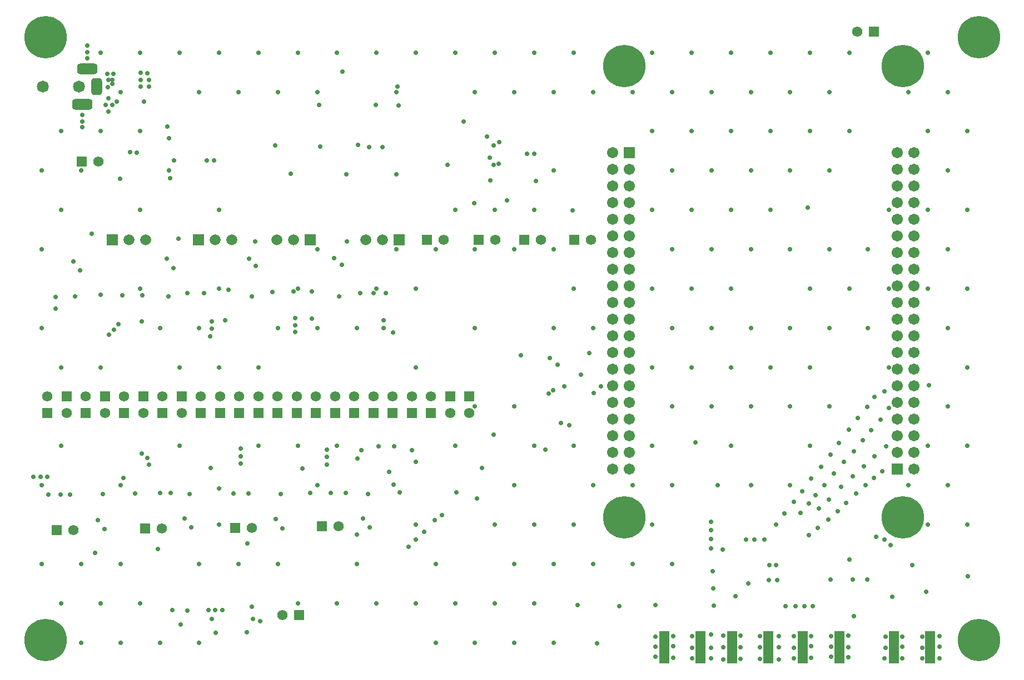
<source format=gbs>
G04*
G04 #@! TF.GenerationSoftware,Altium Limited,Altium Designer,25.3.3 (18)*
G04*
G04 Layer_Color=16711935*
%FSLAX44Y44*%
%MOMM*%
G71*
G04*
G04 #@! TF.SameCoordinates,8BA9F0F0-51DE-43A2-9AC8-778ADDE1523D*
G04*
G04*
G04 #@! TF.FilePolarity,Negative*
G04*
G01*
G75*
%ADD28R,1.6000X5.0000*%
%ADD50C,6.4700*%
%ADD51R,1.7100X1.7100*%
%ADD52C,1.7100*%
%ADD53R,1.7100X1.7100*%
%ADD54R,1.5700X1.5700*%
%ADD55C,1.5700*%
%ADD56R,1.5700X1.5700*%
%ADD57R,1.6700X1.6700*%
%ADD58C,1.6700*%
%ADD59C,1.8200*%
G04:AMPARAMS|DCode=60|XSize=1.62mm|YSize=3.12mm|CornerRadius=0.435mm|HoleSize=0mm|Usage=FLASHONLY|Rotation=270.000|XOffset=0mm|YOffset=0mm|HoleType=Round|Shape=RoundedRectangle|*
%AMROUNDEDRECTD60*
21,1,1.6200,2.2500,0,0,270.0*
21,1,0.7500,3.1200,0,0,270.0*
1,1,0.8700,-1.1250,-0.3750*
1,1,0.8700,-1.1250,0.3750*
1,1,0.8700,1.1250,0.3750*
1,1,0.8700,1.1250,-0.3750*
%
%ADD60ROUNDEDRECTD60*%
G04:AMPARAMS|DCode=61|XSize=1.62mm|YSize=2.62mm|CornerRadius=0.435mm|HoleSize=0mm|Usage=FLASHONLY|Rotation=0.000|XOffset=0mm|YOffset=0mm|HoleType=Round|Shape=RoundedRectangle|*
%AMROUNDEDRECTD61*
21,1,1.6200,1.7500,0,0,0.0*
21,1,0.7500,2.6200,0,0,0.0*
1,1,0.8700,0.3750,-0.8750*
1,1,0.8700,-0.3750,-0.8750*
1,1,0.8700,-0.3750,0.8750*
1,1,0.8700,0.3750,0.8750*
%
%ADD61ROUNDEDRECTD61*%
%ADD62C,0.7200*%
D28*
X1342630Y37415D02*
D03*
X1398030D02*
D03*
X992800D02*
D03*
X1048200D02*
D03*
X1096250D02*
D03*
X1151650D02*
D03*
X1204200D02*
D03*
X1259600D02*
D03*
D50*
X1356370Y924460D02*
D03*
X932170D02*
D03*
X1356370Y236160D02*
D03*
X932170D02*
D03*
X50800Y967740D02*
D03*
X1471930D02*
D03*
Y48260D02*
D03*
X50800D02*
D03*
D51*
X1347470Y309760D02*
D03*
D52*
X1372870D02*
D03*
X1347470Y335160D02*
D03*
X1372870D02*
D03*
X1347470Y360560D02*
D03*
X1372870D02*
D03*
X1347470Y385960D02*
D03*
X1372870D02*
D03*
X1347470Y411360D02*
D03*
X1372870D02*
D03*
X1347470Y436760D02*
D03*
X1372870D02*
D03*
X1347470Y462160D02*
D03*
X1372870D02*
D03*
X1347470Y487560D02*
D03*
X1372870D02*
D03*
X1347470Y512960D02*
D03*
X1372870D02*
D03*
X1347470Y538360D02*
D03*
X1372870D02*
D03*
X1347470Y563760D02*
D03*
X1372870D02*
D03*
X1347470Y589160D02*
D03*
X1372870D02*
D03*
X1347470Y614560D02*
D03*
X1372870D02*
D03*
X1347470Y639960D02*
D03*
X1372870D02*
D03*
X1347470Y665360D02*
D03*
X1372870D02*
D03*
X1347470Y690760D02*
D03*
X1372870D02*
D03*
X1347470Y716160D02*
D03*
X1372870D02*
D03*
X1347470Y741560D02*
D03*
X1372870D02*
D03*
X1347470Y766960D02*
D03*
X1372870D02*
D03*
X1347470Y792360D02*
D03*
X1372870D02*
D03*
X914370D02*
D03*
X939770Y766960D02*
D03*
X914370D02*
D03*
X939770Y741560D02*
D03*
X914370D02*
D03*
X939770Y716160D02*
D03*
X914370D02*
D03*
X939770Y690760D02*
D03*
X914370D02*
D03*
X939770Y665360D02*
D03*
X914370D02*
D03*
X939770Y639960D02*
D03*
X914370D02*
D03*
X939770Y614560D02*
D03*
X914370D02*
D03*
X939770Y589160D02*
D03*
X914370D02*
D03*
X939770Y563760D02*
D03*
X914370D02*
D03*
X939770Y538360D02*
D03*
X914370D02*
D03*
X939770Y512960D02*
D03*
X914370D02*
D03*
X939770Y487560D02*
D03*
X914370D02*
D03*
X939770Y462160D02*
D03*
X914370D02*
D03*
X939770Y436760D02*
D03*
X914370D02*
D03*
X939770Y411360D02*
D03*
X914370D02*
D03*
X939770Y385960D02*
D03*
X914370D02*
D03*
X939770Y360560D02*
D03*
X914370D02*
D03*
X939770Y335160D02*
D03*
X914370D02*
D03*
X939770Y309760D02*
D03*
X914370D02*
D03*
D53*
X939770Y792360D02*
D03*
D54*
X1311910Y976630D02*
D03*
X471170Y222250D02*
D03*
X201930Y218440D02*
D03*
X436880Y86360D02*
D03*
X105410Y778510D02*
D03*
X709930Y659130D02*
D03*
X855980D02*
D03*
X67310Y216446D02*
D03*
X339090Y219710D02*
D03*
X631190Y659130D02*
D03*
X779780D02*
D03*
D55*
X1286510Y976630D02*
D03*
X257810Y394970D02*
D03*
X199390D02*
D03*
X140970D02*
D03*
X82550D02*
D03*
X496570Y222250D02*
D03*
X227330Y218440D02*
D03*
X53340Y420370D02*
D03*
X287020D02*
D03*
X316230D02*
D03*
X345440D02*
D03*
X374650D02*
D03*
X403860D02*
D03*
X411480Y86360D02*
D03*
X433070Y420370D02*
D03*
X462280D02*
D03*
X491490D02*
D03*
X520700D02*
D03*
X549910D02*
D03*
X579120D02*
D03*
X130810Y778510D02*
D03*
X735330Y659130D02*
D03*
X881380D02*
D03*
X92710Y216446D02*
D03*
X364490Y219710D02*
D03*
X111760Y420370D02*
D03*
X170180D02*
D03*
X228600D02*
D03*
X637540D02*
D03*
X695960Y394970D02*
D03*
X608330Y420370D02*
D03*
X666750Y394970D02*
D03*
X656590Y659130D02*
D03*
X805180D02*
D03*
D56*
X257810Y420370D02*
D03*
X199390D02*
D03*
X140970D02*
D03*
X82550D02*
D03*
X53340Y394970D02*
D03*
X287020D02*
D03*
X316230D02*
D03*
X345440D02*
D03*
X374650D02*
D03*
X403860D02*
D03*
X433070D02*
D03*
X462280D02*
D03*
X491490D02*
D03*
X520700D02*
D03*
X549910D02*
D03*
X579120D02*
D03*
X111760D02*
D03*
X170180D02*
D03*
X228600D02*
D03*
X637540D02*
D03*
X695960Y420370D02*
D03*
X608330Y394970D02*
D03*
X666750Y420370D02*
D03*
D57*
X152400Y659130D02*
D03*
X283210D02*
D03*
X453390D02*
D03*
X589280D02*
D03*
D58*
X177800D02*
D03*
X203200D02*
D03*
X334010D02*
D03*
X308610D02*
D03*
X402590D02*
D03*
X427990D02*
D03*
X538480D02*
D03*
X563880D02*
D03*
D59*
X46600Y892810D02*
D03*
X101600D02*
D03*
D60*
X106600Y865310D02*
D03*
X114600Y920310D02*
D03*
D61*
X128600Y892810D02*
D03*
D62*
X1302965Y524730D02*
D03*
Y644730D02*
D03*
X1274730Y584730D02*
D03*
X1244730Y644730D02*
D03*
X1214730Y584730D02*
D03*
X1184730Y644730D02*
D03*
X1334730Y464730D02*
D03*
X1211587Y707873D02*
D03*
X1124730Y764730D02*
D03*
X1034730Y704730D02*
D03*
X1244730Y764730D02*
D03*
X1004730D02*
D03*
X1064730D02*
D03*
X974730Y704730D02*
D03*
X1184730Y764730D02*
D03*
X1274730Y824730D02*
D03*
X1034730Y584730D02*
D03*
X1154730Y704730D02*
D03*
X1124730Y644730D02*
D03*
X1094730Y584730D02*
D03*
X1064730Y524730D02*
D03*
X1074475Y284730D02*
D03*
X1040488Y350488D02*
D03*
X1004730Y404730D02*
D03*
X1064730D02*
D03*
X1228090Y248920D02*
D03*
X1243330Y262890D02*
D03*
X1262380Y281940D02*
D03*
X1280160Y298450D02*
D03*
X1296670Y313690D02*
D03*
X1313180Y328930D02*
D03*
X1330960Y344170D02*
D03*
X1324610Y306070D02*
D03*
X1311910Y295910D02*
D03*
X1250950Y302260D02*
D03*
X1299210Y284480D02*
D03*
X1285240Y271780D02*
D03*
X1270000Y257810D02*
D03*
X1163315Y224781D02*
D03*
X1145540Y201930D02*
D03*
X1212850Y208280D02*
D03*
X1202690Y275590D02*
D03*
X1176020Y241300D02*
D03*
X1189990Y259080D02*
D03*
X1200150Y242570D02*
D03*
X1216660Y294640D02*
D03*
X1223010Y269240D02*
D03*
X1212850Y256540D02*
D03*
X1266190Y320040D02*
D03*
X1236980Y284480D02*
D03*
X1242640Y232785D02*
D03*
X1257300Y245110D02*
D03*
X1226820Y219710D02*
D03*
X896620Y435610D02*
D03*
X795020Y789940D02*
D03*
X1064260Y228600D02*
D03*
Y187960D02*
D03*
Y203160D02*
D03*
Y216535D02*
D03*
X1154730Y824730D02*
D03*
X1274730Y944730D02*
D03*
X974730Y464730D02*
D03*
X1244730Y884730D02*
D03*
X1214730Y824730D02*
D03*
X1034730D02*
D03*
X1094730D02*
D03*
X1124730Y884730D02*
D03*
X1184730D02*
D03*
X1154730Y944730D02*
D03*
X1214730D02*
D03*
X1094730Y704730D02*
D03*
X848360Y375920D02*
D03*
X835660Y379730D02*
D03*
X853721Y703721D02*
D03*
X794730Y704730D02*
D03*
X1231900Y312420D02*
D03*
X1245870Y331470D02*
D03*
X1258570Y349250D02*
D03*
X1273810Y369570D02*
D03*
X1287780Y387350D02*
D03*
X1301750Y403860D02*
D03*
X1313180Y419100D02*
D03*
X1328420Y427990D02*
D03*
X1281430Y336550D02*
D03*
X1295400Y353060D02*
D03*
X1308100Y368300D02*
D03*
X1455420Y146050D02*
D03*
X979170Y101600D02*
D03*
X924560Y100330D02*
D03*
X861060Y101600D02*
D03*
X890270Y43180D02*
D03*
X1424730Y884730D02*
D03*
X1454730Y824730D02*
D03*
X1424730Y764730D02*
D03*
X1454730Y704730D02*
D03*
X1424730Y644730D02*
D03*
X1454730Y584730D02*
D03*
X1424730Y524730D02*
D03*
X1454730Y464730D02*
D03*
X1424730Y404730D02*
D03*
X1454730Y344730D02*
D03*
X1424730Y284730D02*
D03*
X1454730Y224730D02*
D03*
X1394730Y944730D02*
D03*
X1364730Y884730D02*
D03*
X1394730Y824730D02*
D03*
Y704730D02*
D03*
Y584730D02*
D03*
Y344730D02*
D03*
X1364730Y284730D02*
D03*
X1394730Y224730D02*
D03*
X1334730Y704730D02*
D03*
Y584730D02*
D03*
X1244730Y524730D02*
D03*
Y404730D02*
D03*
X1184730Y524730D02*
D03*
X1214730Y464730D02*
D03*
X1184730Y404730D02*
D03*
X1214730Y344730D02*
D03*
X1184730Y284730D02*
D03*
X1124730Y524730D02*
D03*
X1154730Y464730D02*
D03*
X1124730Y404730D02*
D03*
Y284730D02*
D03*
X1094730Y944730D02*
D03*
X1064730Y884730D02*
D03*
Y644730D02*
D03*
X1094730Y464730D02*
D03*
Y344730D02*
D03*
X1034730Y944730D02*
D03*
X1004730Y884730D02*
D03*
Y644730D02*
D03*
Y524730D02*
D03*
X1034730Y464730D02*
D03*
X1004730Y284730D02*
D03*
Y164730D02*
D03*
X974730Y944730D02*
D03*
X944730Y884730D02*
D03*
X974730Y824730D02*
D03*
Y584730D02*
D03*
Y344730D02*
D03*
X944730Y284730D02*
D03*
X974730Y224730D02*
D03*
X944730Y164730D02*
D03*
X884730Y884730D02*
D03*
Y524730D02*
D03*
Y284730D02*
D03*
Y164730D02*
D03*
X854730Y944730D02*
D03*
X824730Y884730D02*
D03*
Y764730D02*
D03*
Y644730D02*
D03*
X854730Y584730D02*
D03*
X824730Y524730D02*
D03*
X854730Y344730D02*
D03*
Y224730D02*
D03*
X824730Y164730D02*
D03*
Y44730D02*
D03*
X794730Y944730D02*
D03*
X764730Y884730D02*
D03*
Y644730D02*
D03*
Y404730D02*
D03*
X794730Y344730D02*
D03*
X764730Y284730D02*
D03*
X794730Y224730D02*
D03*
X764730Y164730D02*
D03*
X794730Y104730D02*
D03*
X764730Y44730D02*
D03*
X734730Y944730D02*
D03*
X704730Y884730D02*
D03*
X734730Y704730D02*
D03*
X704730Y644730D02*
D03*
Y524730D02*
D03*
Y404730D02*
D03*
X734730Y224730D02*
D03*
Y104730D02*
D03*
X704730Y44730D02*
D03*
X674730Y944730D02*
D03*
Y704730D02*
D03*
X644730Y644730D02*
D03*
X674730Y344730D02*
D03*
X644730Y164730D02*
D03*
X674730Y104730D02*
D03*
X644730Y44730D02*
D03*
X614730Y944730D02*
D03*
X584730Y884730D02*
D03*
Y644730D02*
D03*
X614730Y584730D02*
D03*
Y464730D02*
D03*
Y224730D02*
D03*
Y104730D02*
D03*
X554730Y944730D02*
D03*
Y584730D02*
D03*
X524730Y524730D02*
D03*
Y164730D02*
D03*
X554730Y104730D02*
D03*
X494730Y944730D02*
D03*
X464730Y884730D02*
D03*
Y644730D02*
D03*
Y524730D02*
D03*
X494730Y344730D02*
D03*
X464730Y284730D02*
D03*
X494730Y104730D02*
D03*
X434730Y944730D02*
D03*
X404730Y884730D02*
D03*
X434730Y584730D02*
D03*
X404730Y524730D02*
D03*
X434730Y344730D02*
D03*
X404730Y164730D02*
D03*
X434730Y104730D02*
D03*
X374730Y944730D02*
D03*
X344730Y884730D02*
D03*
X374730Y464730D02*
D03*
Y344730D02*
D03*
X344730Y164730D02*
D03*
X314730Y944730D02*
D03*
X284730Y884730D02*
D03*
X314730Y704730D02*
D03*
Y584730D02*
D03*
X284730Y524730D02*
D03*
X314730Y464730D02*
D03*
Y224730D02*
D03*
X284730Y164730D02*
D03*
Y44730D02*
D03*
X254730Y944730D02*
D03*
X224730Y524730D02*
D03*
X254730Y464730D02*
D03*
Y344730D02*
D03*
X224730Y44730D02*
D03*
X194730Y944730D02*
D03*
X164730Y884730D02*
D03*
X194730Y824730D02*
D03*
Y704730D02*
D03*
Y584730D02*
D03*
X164730Y284730D02*
D03*
Y164730D02*
D03*
X194730Y104730D02*
D03*
X164730Y44730D02*
D03*
X134730Y944730D02*
D03*
Y824730D02*
D03*
X104730Y764730D02*
D03*
X134730Y464730D02*
D03*
X104730Y164730D02*
D03*
X134730Y104730D02*
D03*
X104730Y44730D02*
D03*
X74730Y824730D02*
D03*
X44730Y764730D02*
D03*
X74730Y704730D02*
D03*
X44730Y644730D02*
D03*
Y524730D02*
D03*
X74730Y464730D02*
D03*
Y344730D02*
D03*
X44730Y284730D02*
D03*
Y164730D02*
D03*
X74730Y104730D02*
D03*
X584575Y758880D02*
D03*
X508895D02*
D03*
X468630Y801370D02*
D03*
X424180Y759460D02*
D03*
X400050Y802640D02*
D03*
X309685Y59335D02*
D03*
X1322070Y384810D02*
D03*
X1334770Y402590D02*
D03*
X1066800Y153670D02*
D03*
X1068190Y101440D02*
D03*
X1275080Y171450D02*
D03*
X1130300Y201930D02*
D03*
X1117600D02*
D03*
X1337310Y193040D02*
D03*
X1328420Y201930D02*
D03*
X1082040Y186690D02*
D03*
X196850Y534670D02*
D03*
X323850Y535940D02*
D03*
X455930Y538480D02*
D03*
X308610Y93980D02*
D03*
X298450D02*
D03*
X320040D02*
D03*
X377190Y77470D02*
D03*
X266831Y93585D02*
D03*
X816610Y424180D02*
D03*
X732790Y773430D02*
D03*
X741680Y807720D02*
D03*
X783590Y789940D02*
D03*
X240030Y753110D02*
D03*
X179070Y792480D02*
D03*
X307340Y779780D02*
D03*
X608965Y338455D02*
D03*
X581660Y344170D02*
D03*
X557530D02*
D03*
X531398Y338358D02*
D03*
X525585Y325249D02*
D03*
X478790Y339090D02*
D03*
Y327660D02*
D03*
X347980Y340360D02*
D03*
Y328930D02*
D03*
X196850Y332740D02*
D03*
X205740Y326390D02*
D03*
X31750Y297180D02*
D03*
X43180D02*
D03*
X580232Y517580D02*
D03*
X565150Y524510D02*
D03*
Y535940D02*
D03*
X430530Y518160D02*
D03*
Y528320D02*
D03*
X300990Y511810D02*
D03*
X303530Y523240D02*
D03*
X147320Y514350D02*
D03*
X154940Y521970D02*
D03*
X586740Y892810D02*
D03*
X1164590Y139700D02*
D03*
X1153160Y162560D02*
D03*
X580390Y285750D02*
D03*
X453390Y273050D02*
D03*
X485140D02*
D03*
X314960Y279400D02*
D03*
X336550Y271780D02*
D03*
X224790Y273050D02*
D03*
X186690Y271780D02*
D03*
X73660Y270510D02*
D03*
X549910Y577850D02*
D03*
X396240Y579120D02*
D03*
X266700Y577850D02*
D03*
X167640Y574040D02*
D03*
X502920Y915670D02*
D03*
X603250Y190500D02*
D03*
X614680Y201930D02*
D03*
X627380Y213360D02*
D03*
X654050Y238760D02*
D03*
X1177290Y100330D02*
D03*
X1192530D02*
D03*
X1206500D02*
D03*
X543560Y800100D02*
D03*
X563880D02*
D03*
X687070Y839470D02*
D03*
X152400Y896620D02*
D03*
X145155Y892120D02*
D03*
X153670Y911860D02*
D03*
X144780D02*
D03*
X142240Y864870D02*
D03*
X152400D02*
D03*
X158750Y869950D02*
D03*
X347980Y317500D02*
D03*
X430530Y539750D02*
D03*
X303530Y534670D02*
D03*
X146050Y854710D02*
D03*
Y875030D02*
D03*
X205740Y913130D02*
D03*
X195530Y913700D02*
D03*
X614680Y320040D02*
D03*
X478790Y316230D02*
D03*
X328930Y582930D02*
D03*
X66040Y553720D02*
D03*
X168910Y295910D02*
D03*
X715010Y311150D02*
D03*
X574040Y304800D02*
D03*
X441960Y309880D02*
D03*
X302260Y311150D02*
D03*
X87630Y270510D02*
D03*
X568960Y577850D02*
D03*
X455930Y580390D02*
D03*
X198120Y574040D02*
D03*
X885190Y425450D02*
D03*
X727710Y749300D02*
D03*
X732790Y361950D02*
D03*
X878840Y486410D02*
D03*
X1101090Y115570D02*
D03*
X1035740Y54985D02*
D03*
X1339850Y114300D02*
D03*
X208280Y316230D02*
D03*
X542095Y271325D02*
D03*
X408745D02*
D03*
X270315D02*
D03*
X1163320Y162560D02*
D03*
X262695Y234495D02*
D03*
X501650Y621030D02*
D03*
X497840Y572770D02*
D03*
X1315720Y205740D02*
D03*
X95250Y572770D02*
D03*
X364730D02*
D03*
X237490D02*
D03*
X1067380Y127375D02*
D03*
X370453Y619117D02*
D03*
X360592Y630737D02*
D03*
X292105Y577841D02*
D03*
X245110Y615950D02*
D03*
X102870Y612140D02*
D03*
X66040Y571500D02*
D03*
X529590Y577850D02*
D03*
X369570Y656590D02*
D03*
X252730Y660400D02*
D03*
X134620Y575310D02*
D03*
X234950Y629920D02*
D03*
X427990Y580390D02*
D03*
X490220Y631190D02*
D03*
X509270Y656590D02*
D03*
X138235Y271325D02*
D03*
X1167600Y18890D02*
D03*
Y37940D02*
D03*
Y54450D02*
D03*
X1064260Y20320D02*
D03*
Y36830D02*
D03*
Y57150D02*
D03*
X1370330Y162560D02*
D03*
X1412240Y20320D02*
D03*
Y38100D02*
D03*
Y54610D02*
D03*
X1328420Y20320D02*
D03*
X1329690Y36830D02*
D03*
Y53340D02*
D03*
X979860Y53715D02*
D03*
Y38475D02*
D03*
Y23235D02*
D03*
X1035740Y20695D02*
D03*
Y37205D02*
D03*
X1273230Y22485D02*
D03*
Y37725D02*
D03*
Y55505D02*
D03*
X1246030Y141210D02*
D03*
X1120520Y135160D02*
D03*
X1385570Y20320D02*
D03*
Y36830D02*
D03*
Y53340D02*
D03*
X1355090Y20320D02*
D03*
Y38100D02*
D03*
Y53340D02*
D03*
X1109180Y20160D02*
D03*
Y37940D02*
D03*
Y55720D02*
D03*
X1247140Y22860D02*
D03*
Y38100D02*
D03*
Y54610D02*
D03*
X1216660Y21590D02*
D03*
Y39370D02*
D03*
Y54610D02*
D03*
X1189990Y20320D02*
D03*
Y36830D02*
D03*
Y54610D02*
D03*
X1138390Y20160D02*
D03*
Y37940D02*
D03*
Y54450D02*
D03*
X1082510Y18890D02*
D03*
Y37940D02*
D03*
Y55720D02*
D03*
X1006530Y21965D02*
D03*
Y39745D02*
D03*
Y54985D02*
D03*
X195580Y902970D02*
D03*
Y892810D02*
D03*
X208280Y902970D02*
D03*
Y892810D02*
D03*
X200341Y869700D02*
D03*
X106680Y830580D02*
D03*
Y839470D02*
D03*
Y849630D02*
D03*
X114300Y955040D02*
D03*
Y944880D02*
D03*
Y935990D02*
D03*
X152400Y902970D02*
D03*
X146050D02*
D03*
X830580Y468630D02*
D03*
X163830Y751840D02*
D03*
X1391730Y122471D02*
D03*
X722630Y816610D02*
D03*
X1301750Y140970D02*
D03*
X662940Y773430D02*
D03*
X703589Y715005D02*
D03*
X866140Y453390D02*
D03*
X840740Y435610D02*
D03*
X823359Y429981D02*
D03*
X818460Y479165D02*
D03*
X524510Y209550D02*
D03*
X544163Y220635D02*
D03*
X590333Y273978D02*
D03*
X366135Y80700D02*
D03*
X304255Y80735D02*
D03*
X707390Y264160D02*
D03*
X732790Y802640D02*
D03*
X161665Y530280D02*
D03*
X811530Y339090D02*
D03*
X467365Y864879D02*
D03*
X236220Y831850D02*
D03*
X238760Y814070D02*
D03*
X588010Y863600D02*
D03*
X526444Y803531D02*
D03*
X246380Y779780D02*
D03*
X295910D02*
D03*
X238760Y764540D02*
D03*
X1151890Y139700D02*
D03*
X1219200Y100330D02*
D03*
X1281430Y85090D02*
D03*
X1280160Y140970D02*
D03*
X357249Y60454D02*
D03*
X256540Y72390D02*
D03*
X243645Y94345D02*
D03*
X364490Y99060D02*
D03*
X125730Y181610D02*
D03*
X222055Y187155D02*
D03*
X358140Y195580D02*
D03*
X140775Y217985D02*
D03*
X54610Y270510D02*
D03*
X53340Y297180D02*
D03*
X130615Y231955D02*
D03*
X241300Y273050D02*
D03*
X272855Y220525D02*
D03*
X359410Y271780D02*
D03*
X401125Y233225D02*
D03*
X411285Y219255D02*
D03*
X508000Y273050D02*
D03*
X534475Y234133D02*
D03*
X642983Y231693D02*
D03*
X676003Y273603D02*
D03*
X774700Y482600D02*
D03*
X92710Y626110D02*
D03*
X120650Y668020D02*
D03*
X189994Y792101D02*
D03*
X753110Y718820D02*
D03*
X553552Y864508D02*
D03*
X727626Y784184D02*
D03*
X740732Y775397D02*
D03*
X797132Y748872D02*
D03*
X1395730Y436880D02*
D03*
M02*

</source>
